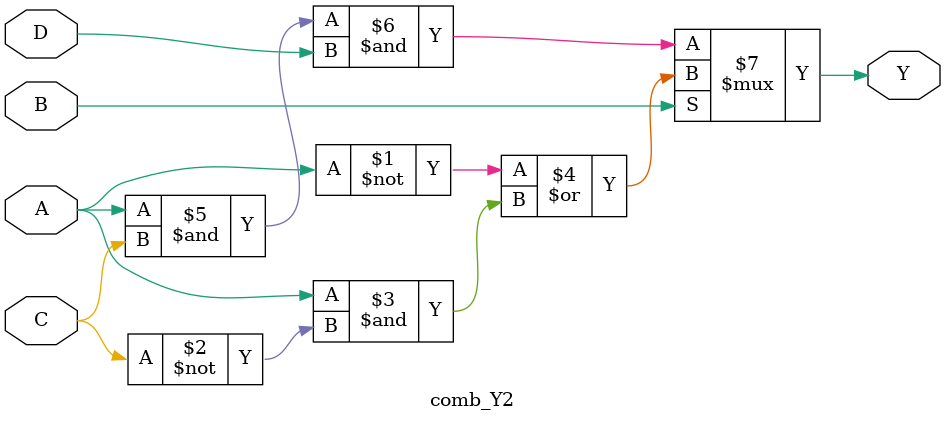
<source format=v>
`timescale 10 ns / 1 ns

module comb_Y2(output Y, input A, B, C, D);

assign Y = B ? (~A | A & ~C) : (A & C & D);

endmodule

</source>
